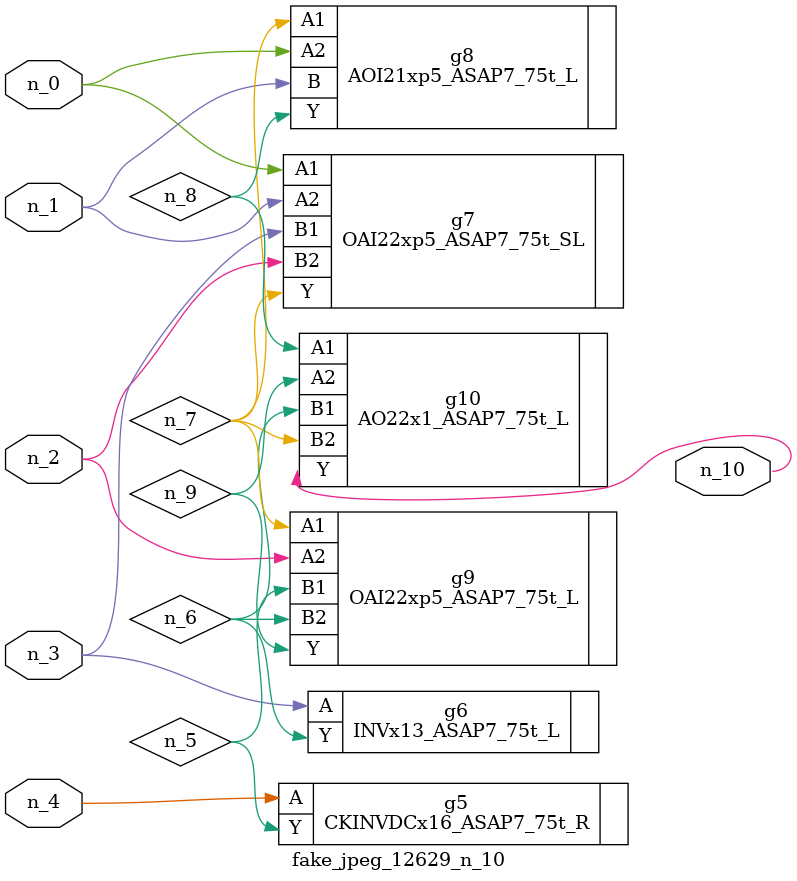
<source format=v>
module fake_jpeg_12629_n_10 (n_3, n_2, n_1, n_0, n_4, n_10);

input n_3;
input n_2;
input n_1;
input n_0;
input n_4;

output n_10;

wire n_8;
wire n_9;
wire n_6;
wire n_5;
wire n_7;

CKINVDCx16_ASAP7_75t_R g5 ( 
.A(n_4),
.Y(n_5)
);

INVx13_ASAP7_75t_L g6 ( 
.A(n_3),
.Y(n_6)
);

OAI22xp5_ASAP7_75t_SL g7 ( 
.A1(n_0),
.A2(n_1),
.B1(n_3),
.B2(n_2),
.Y(n_7)
);

AOI21xp5_ASAP7_75t_L g8 ( 
.A1(n_7),
.A2(n_0),
.B(n_1),
.Y(n_8)
);

AO22x1_ASAP7_75t_L g10 ( 
.A1(n_8),
.A2(n_9),
.B1(n_6),
.B2(n_7),
.Y(n_10)
);

OAI22xp5_ASAP7_75t_L g9 ( 
.A1(n_7),
.A2(n_2),
.B1(n_5),
.B2(n_6),
.Y(n_9)
);


endmodule
</source>
